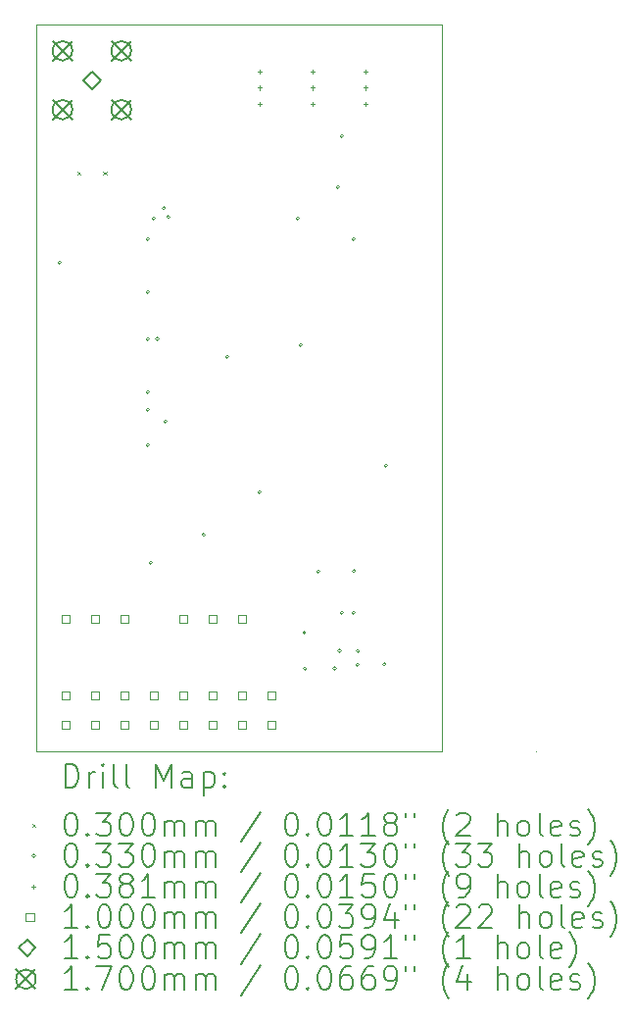
<source format=gbr>
%FSLAX45Y45*%
G04 Gerber Fmt 4.5, Leading zero omitted, Abs format (unit mm)*
G04 Created by KiCad (PCBNEW (6.0.0)) date 2021-12-26 21:08:47*
%MOMM*%
%LPD*%
G01*
G04 APERTURE LIST*
%TA.AperFunction,Profile*%
%ADD10C,0.050000*%
%TD*%
%ADD11C,0.200000*%
%ADD12C,0.030000*%
%ADD13C,0.033020*%
%ADD14C,0.038100*%
%ADD15C,0.100000*%
%ADD16C,0.150000*%
%ADD17C,0.170000*%
G04 APERTURE END LIST*
D10*
X10541000Y-12700000D02*
X10541000Y-6426200D01*
X14859000Y-12700000D02*
X14859000Y-12700000D01*
X10541000Y-6426200D02*
X14046200Y-6426200D01*
X14046200Y-6426200D02*
X14046200Y-12700000D01*
X14046200Y-12700000D02*
X10541000Y-12700000D01*
D11*
D12*
X10898100Y-7696500D02*
X10928100Y-7726500D01*
X10928100Y-7696500D02*
X10898100Y-7726500D01*
X11119100Y-7696500D02*
X11149100Y-7726500D01*
X11149100Y-7696500D02*
X11119100Y-7726500D01*
D13*
X10760710Y-8483600D02*
G75*
G03*
X10760710Y-8483600I-16510J0D01*
G01*
X11522710Y-8280400D02*
G75*
G03*
X11522710Y-8280400I-16510J0D01*
G01*
X11522710Y-8737600D02*
G75*
G03*
X11522710Y-8737600I-16510J0D01*
G01*
X11522710Y-9144000D02*
G75*
G03*
X11522710Y-9144000I-16510J0D01*
G01*
X11522710Y-9601200D02*
G75*
G03*
X11522710Y-9601200I-16510J0D01*
G01*
X11522710Y-9753600D02*
G75*
G03*
X11522710Y-9753600I-16510J0D01*
G01*
X11522710Y-10058400D02*
G75*
G03*
X11522710Y-10058400I-16510J0D01*
G01*
X11548110Y-11074400D02*
G75*
G03*
X11548110Y-11074400I-16510J0D01*
G01*
X11573510Y-8102600D02*
G75*
G03*
X11573510Y-8102600I-16510J0D01*
G01*
X11603940Y-9144000D02*
G75*
G03*
X11603940Y-9144000I-16510J0D01*
G01*
X11662410Y-8013700D02*
G75*
G03*
X11662410Y-8013700I-16510J0D01*
G01*
X11675110Y-9855200D02*
G75*
G03*
X11675110Y-9855200I-16510J0D01*
G01*
X11700510Y-8089900D02*
G75*
G03*
X11700510Y-8089900I-16510J0D01*
G01*
X12005310Y-10833100D02*
G75*
G03*
X12005310Y-10833100I-16510J0D01*
G01*
X12208510Y-9296400D02*
G75*
G03*
X12208510Y-9296400I-16510J0D01*
G01*
X12487910Y-10464800D02*
G75*
G03*
X12487910Y-10464800I-16510J0D01*
G01*
X12818110Y-8102600D02*
G75*
G03*
X12818110Y-8102600I-16510J0D01*
G01*
X12843510Y-9194800D02*
G75*
G03*
X12843510Y-9194800I-16510J0D01*
G01*
X12875260Y-11677650D02*
G75*
G03*
X12875260Y-11677650I-16510J0D01*
G01*
X12881610Y-11988800D02*
G75*
G03*
X12881610Y-11988800I-16510J0D01*
G01*
X12995910Y-11150600D02*
G75*
G03*
X12995910Y-11150600I-16510J0D01*
G01*
X13138150Y-11988800D02*
G75*
G03*
X13138150Y-11988800I-16510J0D01*
G01*
X13163360Y-7833550D02*
G75*
G03*
X13163360Y-7833550I-16510J0D01*
G01*
X13181330Y-11836400D02*
G75*
G03*
X13181330Y-11836400I-16510J0D01*
G01*
X13199110Y-7391400D02*
G75*
G03*
X13199110Y-7391400I-16510J0D01*
G01*
X13199110Y-11506200D02*
G75*
G03*
X13199110Y-11506200I-16510J0D01*
G01*
X13300710Y-8280400D02*
G75*
G03*
X13300710Y-8280400I-16510J0D01*
G01*
X13300710Y-11506200D02*
G75*
G03*
X13300710Y-11506200I-16510J0D01*
G01*
X13305410Y-11145900D02*
G75*
G03*
X13305410Y-11145900I-16510J0D01*
G01*
X13336270Y-11953240D02*
G75*
G03*
X13336270Y-11953240I-16510J0D01*
G01*
X13338810Y-11836400D02*
G75*
G03*
X13338810Y-11836400I-16510J0D01*
G01*
X13567410Y-11950700D02*
G75*
G03*
X13567410Y-11950700I-16510J0D01*
G01*
X13580110Y-10236200D02*
G75*
G03*
X13580110Y-10236200I-16510J0D01*
G01*
D14*
X12471400Y-6813550D02*
X12471400Y-6851650D01*
X12452350Y-6832600D02*
X12490450Y-6832600D01*
X12471400Y-6953250D02*
X12471400Y-6991350D01*
X12452350Y-6972300D02*
X12490450Y-6972300D01*
X12471400Y-7092950D02*
X12471400Y-7131050D01*
X12452350Y-7112000D02*
X12490450Y-7112000D01*
X12928600Y-6813550D02*
X12928600Y-6851650D01*
X12909550Y-6832600D02*
X12947650Y-6832600D01*
X12928600Y-6953250D02*
X12928600Y-6991350D01*
X12909550Y-6972300D02*
X12947650Y-6972300D01*
X12928600Y-7092950D02*
X12928600Y-7131050D01*
X12909550Y-7112000D02*
X12947650Y-7112000D01*
X13385800Y-6813550D02*
X13385800Y-6851650D01*
X13366750Y-6832600D02*
X13404850Y-6832600D01*
X13385800Y-6953250D02*
X13385800Y-6991350D01*
X13366750Y-6972300D02*
X13404850Y-6972300D01*
X13385800Y-7092950D02*
X13385800Y-7131050D01*
X13366750Y-7112000D02*
X13404850Y-7112000D01*
D15*
X10830356Y-11592356D02*
X10830356Y-11521644D01*
X10759644Y-11521644D01*
X10759644Y-11592356D01*
X10830356Y-11592356D01*
X10830356Y-12252756D02*
X10830356Y-12182044D01*
X10759644Y-12182044D01*
X10759644Y-12252756D01*
X10830356Y-12252756D01*
X10830356Y-12506756D02*
X10830356Y-12436044D01*
X10759644Y-12436044D01*
X10759644Y-12506756D01*
X10830356Y-12506756D01*
X11084356Y-11592356D02*
X11084356Y-11521644D01*
X11013644Y-11521644D01*
X11013644Y-11592356D01*
X11084356Y-11592356D01*
X11084356Y-12252756D02*
X11084356Y-12182044D01*
X11013644Y-12182044D01*
X11013644Y-12252756D01*
X11084356Y-12252756D01*
X11084356Y-12506756D02*
X11084356Y-12436044D01*
X11013644Y-12436044D01*
X11013644Y-12506756D01*
X11084356Y-12506756D01*
X11338356Y-11592356D02*
X11338356Y-11521644D01*
X11267644Y-11521644D01*
X11267644Y-11592356D01*
X11338356Y-11592356D01*
X11338356Y-12252756D02*
X11338356Y-12182044D01*
X11267644Y-12182044D01*
X11267644Y-12252756D01*
X11338356Y-12252756D01*
X11338356Y-12506756D02*
X11338356Y-12436044D01*
X11267644Y-12436044D01*
X11267644Y-12506756D01*
X11338356Y-12506756D01*
X11592356Y-12252756D02*
X11592356Y-12182044D01*
X11521644Y-12182044D01*
X11521644Y-12252756D01*
X11592356Y-12252756D01*
X11592356Y-12506756D02*
X11592356Y-12436044D01*
X11521644Y-12436044D01*
X11521644Y-12506756D01*
X11592356Y-12506756D01*
X11846356Y-11592356D02*
X11846356Y-11521644D01*
X11775644Y-11521644D01*
X11775644Y-11592356D01*
X11846356Y-11592356D01*
X11846356Y-12252756D02*
X11846356Y-12182044D01*
X11775644Y-12182044D01*
X11775644Y-12252756D01*
X11846356Y-12252756D01*
X11846356Y-12506756D02*
X11846356Y-12436044D01*
X11775644Y-12436044D01*
X11775644Y-12506756D01*
X11846356Y-12506756D01*
X12100356Y-11592356D02*
X12100356Y-11521644D01*
X12029644Y-11521644D01*
X12029644Y-11592356D01*
X12100356Y-11592356D01*
X12100356Y-12252756D02*
X12100356Y-12182044D01*
X12029644Y-12182044D01*
X12029644Y-12252756D01*
X12100356Y-12252756D01*
X12100356Y-12506756D02*
X12100356Y-12436044D01*
X12029644Y-12436044D01*
X12029644Y-12506756D01*
X12100356Y-12506756D01*
X12354356Y-11592356D02*
X12354356Y-11521644D01*
X12283644Y-11521644D01*
X12283644Y-11592356D01*
X12354356Y-11592356D01*
X12354356Y-12252756D02*
X12354356Y-12182044D01*
X12283644Y-12182044D01*
X12283644Y-12252756D01*
X12354356Y-12252756D01*
X12354356Y-12506756D02*
X12354356Y-12436044D01*
X12283644Y-12436044D01*
X12283644Y-12506756D01*
X12354356Y-12506756D01*
X12608356Y-12252756D02*
X12608356Y-12182044D01*
X12537644Y-12182044D01*
X12537644Y-12252756D01*
X12608356Y-12252756D01*
X12608356Y-12506756D02*
X12608356Y-12436044D01*
X12537644Y-12436044D01*
X12537644Y-12506756D01*
X12608356Y-12506756D01*
D16*
X11023600Y-6983800D02*
X11098600Y-6908800D01*
X11023600Y-6833800D01*
X10948600Y-6908800D01*
X11023600Y-6983800D01*
D17*
X10684600Y-6569800D02*
X10854600Y-6739800D01*
X10854600Y-6569800D02*
X10684600Y-6739800D01*
X10854600Y-6654800D02*
G75*
G03*
X10854600Y-6654800I-85000J0D01*
G01*
X10684600Y-7077800D02*
X10854600Y-7247800D01*
X10854600Y-7077800D02*
X10684600Y-7247800D01*
X10854600Y-7162800D02*
G75*
G03*
X10854600Y-7162800I-85000J0D01*
G01*
X11192600Y-6569800D02*
X11362600Y-6739800D01*
X11362600Y-6569800D02*
X11192600Y-6739800D01*
X11362600Y-6654800D02*
G75*
G03*
X11362600Y-6654800I-85000J0D01*
G01*
X11192600Y-7077800D02*
X11362600Y-7247800D01*
X11362600Y-7077800D02*
X11192600Y-7247800D01*
X11362600Y-7162800D02*
G75*
G03*
X11362600Y-7162800I-85000J0D01*
G01*
D11*
X10796119Y-13012976D02*
X10796119Y-12812976D01*
X10843738Y-12812976D01*
X10872310Y-12822500D01*
X10891357Y-12841548D01*
X10900881Y-12860595D01*
X10910405Y-12898690D01*
X10910405Y-12927262D01*
X10900881Y-12965357D01*
X10891357Y-12984405D01*
X10872310Y-13003452D01*
X10843738Y-13012976D01*
X10796119Y-13012976D01*
X10996119Y-13012976D02*
X10996119Y-12879643D01*
X10996119Y-12917738D02*
X11005643Y-12898690D01*
X11015167Y-12889167D01*
X11034214Y-12879643D01*
X11053262Y-12879643D01*
X11119929Y-13012976D02*
X11119929Y-12879643D01*
X11119929Y-12812976D02*
X11110405Y-12822500D01*
X11119929Y-12832024D01*
X11129452Y-12822500D01*
X11119929Y-12812976D01*
X11119929Y-12832024D01*
X11243738Y-13012976D02*
X11224690Y-13003452D01*
X11215167Y-12984405D01*
X11215167Y-12812976D01*
X11348500Y-13012976D02*
X11329452Y-13003452D01*
X11319928Y-12984405D01*
X11319928Y-12812976D01*
X11577071Y-13012976D02*
X11577071Y-12812976D01*
X11643738Y-12955833D01*
X11710405Y-12812976D01*
X11710405Y-13012976D01*
X11891357Y-13012976D02*
X11891357Y-12908214D01*
X11881833Y-12889167D01*
X11862786Y-12879643D01*
X11824690Y-12879643D01*
X11805643Y-12889167D01*
X11891357Y-13003452D02*
X11872309Y-13012976D01*
X11824690Y-13012976D01*
X11805643Y-13003452D01*
X11796119Y-12984405D01*
X11796119Y-12965357D01*
X11805643Y-12946309D01*
X11824690Y-12936786D01*
X11872309Y-12936786D01*
X11891357Y-12927262D01*
X11986595Y-12879643D02*
X11986595Y-13079643D01*
X11986595Y-12889167D02*
X12005643Y-12879643D01*
X12043738Y-12879643D01*
X12062786Y-12889167D01*
X12072309Y-12898690D01*
X12081833Y-12917738D01*
X12081833Y-12974881D01*
X12072309Y-12993928D01*
X12062786Y-13003452D01*
X12043738Y-13012976D01*
X12005643Y-13012976D01*
X11986595Y-13003452D01*
X12167548Y-12993928D02*
X12177071Y-13003452D01*
X12167548Y-13012976D01*
X12158024Y-13003452D01*
X12167548Y-12993928D01*
X12167548Y-13012976D01*
X12167548Y-12889167D02*
X12177071Y-12898690D01*
X12167548Y-12908214D01*
X12158024Y-12898690D01*
X12167548Y-12889167D01*
X12167548Y-12908214D01*
D12*
X10508500Y-13327500D02*
X10538500Y-13357500D01*
X10538500Y-13327500D02*
X10508500Y-13357500D01*
D11*
X10834214Y-13232976D02*
X10853262Y-13232976D01*
X10872310Y-13242500D01*
X10881833Y-13252024D01*
X10891357Y-13271071D01*
X10900881Y-13309167D01*
X10900881Y-13356786D01*
X10891357Y-13394881D01*
X10881833Y-13413928D01*
X10872310Y-13423452D01*
X10853262Y-13432976D01*
X10834214Y-13432976D01*
X10815167Y-13423452D01*
X10805643Y-13413928D01*
X10796119Y-13394881D01*
X10786595Y-13356786D01*
X10786595Y-13309167D01*
X10796119Y-13271071D01*
X10805643Y-13252024D01*
X10815167Y-13242500D01*
X10834214Y-13232976D01*
X10986595Y-13413928D02*
X10996119Y-13423452D01*
X10986595Y-13432976D01*
X10977071Y-13423452D01*
X10986595Y-13413928D01*
X10986595Y-13432976D01*
X11062786Y-13232976D02*
X11186595Y-13232976D01*
X11119929Y-13309167D01*
X11148500Y-13309167D01*
X11167548Y-13318690D01*
X11177071Y-13328214D01*
X11186595Y-13347262D01*
X11186595Y-13394881D01*
X11177071Y-13413928D01*
X11167548Y-13423452D01*
X11148500Y-13432976D01*
X11091357Y-13432976D01*
X11072310Y-13423452D01*
X11062786Y-13413928D01*
X11310405Y-13232976D02*
X11329452Y-13232976D01*
X11348500Y-13242500D01*
X11358024Y-13252024D01*
X11367548Y-13271071D01*
X11377071Y-13309167D01*
X11377071Y-13356786D01*
X11367548Y-13394881D01*
X11358024Y-13413928D01*
X11348500Y-13423452D01*
X11329452Y-13432976D01*
X11310405Y-13432976D01*
X11291357Y-13423452D01*
X11281833Y-13413928D01*
X11272309Y-13394881D01*
X11262786Y-13356786D01*
X11262786Y-13309167D01*
X11272309Y-13271071D01*
X11281833Y-13252024D01*
X11291357Y-13242500D01*
X11310405Y-13232976D01*
X11500881Y-13232976D02*
X11519928Y-13232976D01*
X11538976Y-13242500D01*
X11548500Y-13252024D01*
X11558024Y-13271071D01*
X11567548Y-13309167D01*
X11567548Y-13356786D01*
X11558024Y-13394881D01*
X11548500Y-13413928D01*
X11538976Y-13423452D01*
X11519928Y-13432976D01*
X11500881Y-13432976D01*
X11481833Y-13423452D01*
X11472309Y-13413928D01*
X11462786Y-13394881D01*
X11453262Y-13356786D01*
X11453262Y-13309167D01*
X11462786Y-13271071D01*
X11472309Y-13252024D01*
X11481833Y-13242500D01*
X11500881Y-13232976D01*
X11653262Y-13432976D02*
X11653262Y-13299643D01*
X11653262Y-13318690D02*
X11662786Y-13309167D01*
X11681833Y-13299643D01*
X11710405Y-13299643D01*
X11729452Y-13309167D01*
X11738976Y-13328214D01*
X11738976Y-13432976D01*
X11738976Y-13328214D02*
X11748500Y-13309167D01*
X11767548Y-13299643D01*
X11796119Y-13299643D01*
X11815167Y-13309167D01*
X11824690Y-13328214D01*
X11824690Y-13432976D01*
X11919928Y-13432976D02*
X11919928Y-13299643D01*
X11919928Y-13318690D02*
X11929452Y-13309167D01*
X11948500Y-13299643D01*
X11977071Y-13299643D01*
X11996119Y-13309167D01*
X12005643Y-13328214D01*
X12005643Y-13432976D01*
X12005643Y-13328214D02*
X12015167Y-13309167D01*
X12034214Y-13299643D01*
X12062786Y-13299643D01*
X12081833Y-13309167D01*
X12091357Y-13328214D01*
X12091357Y-13432976D01*
X12481833Y-13223452D02*
X12310405Y-13480595D01*
X12738976Y-13232976D02*
X12758024Y-13232976D01*
X12777071Y-13242500D01*
X12786595Y-13252024D01*
X12796119Y-13271071D01*
X12805643Y-13309167D01*
X12805643Y-13356786D01*
X12796119Y-13394881D01*
X12786595Y-13413928D01*
X12777071Y-13423452D01*
X12758024Y-13432976D01*
X12738976Y-13432976D01*
X12719928Y-13423452D01*
X12710405Y-13413928D01*
X12700881Y-13394881D01*
X12691357Y-13356786D01*
X12691357Y-13309167D01*
X12700881Y-13271071D01*
X12710405Y-13252024D01*
X12719928Y-13242500D01*
X12738976Y-13232976D01*
X12891357Y-13413928D02*
X12900881Y-13423452D01*
X12891357Y-13432976D01*
X12881833Y-13423452D01*
X12891357Y-13413928D01*
X12891357Y-13432976D01*
X13024690Y-13232976D02*
X13043738Y-13232976D01*
X13062786Y-13242500D01*
X13072309Y-13252024D01*
X13081833Y-13271071D01*
X13091357Y-13309167D01*
X13091357Y-13356786D01*
X13081833Y-13394881D01*
X13072309Y-13413928D01*
X13062786Y-13423452D01*
X13043738Y-13432976D01*
X13024690Y-13432976D01*
X13005643Y-13423452D01*
X12996119Y-13413928D01*
X12986595Y-13394881D01*
X12977071Y-13356786D01*
X12977071Y-13309167D01*
X12986595Y-13271071D01*
X12996119Y-13252024D01*
X13005643Y-13242500D01*
X13024690Y-13232976D01*
X13281833Y-13432976D02*
X13167548Y-13432976D01*
X13224690Y-13432976D02*
X13224690Y-13232976D01*
X13205643Y-13261548D01*
X13186595Y-13280595D01*
X13167548Y-13290119D01*
X13472309Y-13432976D02*
X13358024Y-13432976D01*
X13415167Y-13432976D02*
X13415167Y-13232976D01*
X13396119Y-13261548D01*
X13377071Y-13280595D01*
X13358024Y-13290119D01*
X13586595Y-13318690D02*
X13567548Y-13309167D01*
X13558024Y-13299643D01*
X13548500Y-13280595D01*
X13548500Y-13271071D01*
X13558024Y-13252024D01*
X13567548Y-13242500D01*
X13586595Y-13232976D01*
X13624690Y-13232976D01*
X13643738Y-13242500D01*
X13653262Y-13252024D01*
X13662786Y-13271071D01*
X13662786Y-13280595D01*
X13653262Y-13299643D01*
X13643738Y-13309167D01*
X13624690Y-13318690D01*
X13586595Y-13318690D01*
X13567548Y-13328214D01*
X13558024Y-13337738D01*
X13548500Y-13356786D01*
X13548500Y-13394881D01*
X13558024Y-13413928D01*
X13567548Y-13423452D01*
X13586595Y-13432976D01*
X13624690Y-13432976D01*
X13643738Y-13423452D01*
X13653262Y-13413928D01*
X13662786Y-13394881D01*
X13662786Y-13356786D01*
X13653262Y-13337738D01*
X13643738Y-13328214D01*
X13624690Y-13318690D01*
X13738976Y-13232976D02*
X13738976Y-13271071D01*
X13815167Y-13232976D02*
X13815167Y-13271071D01*
X14110405Y-13509167D02*
X14100881Y-13499643D01*
X14081833Y-13471071D01*
X14072309Y-13452024D01*
X14062786Y-13423452D01*
X14053262Y-13375833D01*
X14053262Y-13337738D01*
X14062786Y-13290119D01*
X14072309Y-13261548D01*
X14081833Y-13242500D01*
X14100881Y-13213928D01*
X14110405Y-13204405D01*
X14177071Y-13252024D02*
X14186595Y-13242500D01*
X14205643Y-13232976D01*
X14253262Y-13232976D01*
X14272309Y-13242500D01*
X14281833Y-13252024D01*
X14291357Y-13271071D01*
X14291357Y-13290119D01*
X14281833Y-13318690D01*
X14167548Y-13432976D01*
X14291357Y-13432976D01*
X14529452Y-13432976D02*
X14529452Y-13232976D01*
X14615167Y-13432976D02*
X14615167Y-13328214D01*
X14605643Y-13309167D01*
X14586595Y-13299643D01*
X14558024Y-13299643D01*
X14538976Y-13309167D01*
X14529452Y-13318690D01*
X14738976Y-13432976D02*
X14719928Y-13423452D01*
X14710405Y-13413928D01*
X14700881Y-13394881D01*
X14700881Y-13337738D01*
X14710405Y-13318690D01*
X14719928Y-13309167D01*
X14738976Y-13299643D01*
X14767548Y-13299643D01*
X14786595Y-13309167D01*
X14796119Y-13318690D01*
X14805643Y-13337738D01*
X14805643Y-13394881D01*
X14796119Y-13413928D01*
X14786595Y-13423452D01*
X14767548Y-13432976D01*
X14738976Y-13432976D01*
X14919928Y-13432976D02*
X14900881Y-13423452D01*
X14891357Y-13404405D01*
X14891357Y-13232976D01*
X15072309Y-13423452D02*
X15053262Y-13432976D01*
X15015167Y-13432976D01*
X14996119Y-13423452D01*
X14986595Y-13404405D01*
X14986595Y-13328214D01*
X14996119Y-13309167D01*
X15015167Y-13299643D01*
X15053262Y-13299643D01*
X15072309Y-13309167D01*
X15081833Y-13328214D01*
X15081833Y-13347262D01*
X14986595Y-13366309D01*
X15158024Y-13423452D02*
X15177071Y-13432976D01*
X15215167Y-13432976D01*
X15234214Y-13423452D01*
X15243738Y-13404405D01*
X15243738Y-13394881D01*
X15234214Y-13375833D01*
X15215167Y-13366309D01*
X15186595Y-13366309D01*
X15167548Y-13356786D01*
X15158024Y-13337738D01*
X15158024Y-13328214D01*
X15167548Y-13309167D01*
X15186595Y-13299643D01*
X15215167Y-13299643D01*
X15234214Y-13309167D01*
X15310405Y-13509167D02*
X15319928Y-13499643D01*
X15338976Y-13471071D01*
X15348500Y-13452024D01*
X15358024Y-13423452D01*
X15367548Y-13375833D01*
X15367548Y-13337738D01*
X15358024Y-13290119D01*
X15348500Y-13261548D01*
X15338976Y-13242500D01*
X15319928Y-13213928D01*
X15310405Y-13204405D01*
D13*
X10538500Y-13606500D02*
G75*
G03*
X10538500Y-13606500I-16510J0D01*
G01*
D11*
X10834214Y-13496976D02*
X10853262Y-13496976D01*
X10872310Y-13506500D01*
X10881833Y-13516024D01*
X10891357Y-13535071D01*
X10900881Y-13573167D01*
X10900881Y-13620786D01*
X10891357Y-13658881D01*
X10881833Y-13677928D01*
X10872310Y-13687452D01*
X10853262Y-13696976D01*
X10834214Y-13696976D01*
X10815167Y-13687452D01*
X10805643Y-13677928D01*
X10796119Y-13658881D01*
X10786595Y-13620786D01*
X10786595Y-13573167D01*
X10796119Y-13535071D01*
X10805643Y-13516024D01*
X10815167Y-13506500D01*
X10834214Y-13496976D01*
X10986595Y-13677928D02*
X10996119Y-13687452D01*
X10986595Y-13696976D01*
X10977071Y-13687452D01*
X10986595Y-13677928D01*
X10986595Y-13696976D01*
X11062786Y-13496976D02*
X11186595Y-13496976D01*
X11119929Y-13573167D01*
X11148500Y-13573167D01*
X11167548Y-13582690D01*
X11177071Y-13592214D01*
X11186595Y-13611262D01*
X11186595Y-13658881D01*
X11177071Y-13677928D01*
X11167548Y-13687452D01*
X11148500Y-13696976D01*
X11091357Y-13696976D01*
X11072310Y-13687452D01*
X11062786Y-13677928D01*
X11253262Y-13496976D02*
X11377071Y-13496976D01*
X11310405Y-13573167D01*
X11338976Y-13573167D01*
X11358024Y-13582690D01*
X11367548Y-13592214D01*
X11377071Y-13611262D01*
X11377071Y-13658881D01*
X11367548Y-13677928D01*
X11358024Y-13687452D01*
X11338976Y-13696976D01*
X11281833Y-13696976D01*
X11262786Y-13687452D01*
X11253262Y-13677928D01*
X11500881Y-13496976D02*
X11519928Y-13496976D01*
X11538976Y-13506500D01*
X11548500Y-13516024D01*
X11558024Y-13535071D01*
X11567548Y-13573167D01*
X11567548Y-13620786D01*
X11558024Y-13658881D01*
X11548500Y-13677928D01*
X11538976Y-13687452D01*
X11519928Y-13696976D01*
X11500881Y-13696976D01*
X11481833Y-13687452D01*
X11472309Y-13677928D01*
X11462786Y-13658881D01*
X11453262Y-13620786D01*
X11453262Y-13573167D01*
X11462786Y-13535071D01*
X11472309Y-13516024D01*
X11481833Y-13506500D01*
X11500881Y-13496976D01*
X11653262Y-13696976D02*
X11653262Y-13563643D01*
X11653262Y-13582690D02*
X11662786Y-13573167D01*
X11681833Y-13563643D01*
X11710405Y-13563643D01*
X11729452Y-13573167D01*
X11738976Y-13592214D01*
X11738976Y-13696976D01*
X11738976Y-13592214D02*
X11748500Y-13573167D01*
X11767548Y-13563643D01*
X11796119Y-13563643D01*
X11815167Y-13573167D01*
X11824690Y-13592214D01*
X11824690Y-13696976D01*
X11919928Y-13696976D02*
X11919928Y-13563643D01*
X11919928Y-13582690D02*
X11929452Y-13573167D01*
X11948500Y-13563643D01*
X11977071Y-13563643D01*
X11996119Y-13573167D01*
X12005643Y-13592214D01*
X12005643Y-13696976D01*
X12005643Y-13592214D02*
X12015167Y-13573167D01*
X12034214Y-13563643D01*
X12062786Y-13563643D01*
X12081833Y-13573167D01*
X12091357Y-13592214D01*
X12091357Y-13696976D01*
X12481833Y-13487452D02*
X12310405Y-13744595D01*
X12738976Y-13496976D02*
X12758024Y-13496976D01*
X12777071Y-13506500D01*
X12786595Y-13516024D01*
X12796119Y-13535071D01*
X12805643Y-13573167D01*
X12805643Y-13620786D01*
X12796119Y-13658881D01*
X12786595Y-13677928D01*
X12777071Y-13687452D01*
X12758024Y-13696976D01*
X12738976Y-13696976D01*
X12719928Y-13687452D01*
X12710405Y-13677928D01*
X12700881Y-13658881D01*
X12691357Y-13620786D01*
X12691357Y-13573167D01*
X12700881Y-13535071D01*
X12710405Y-13516024D01*
X12719928Y-13506500D01*
X12738976Y-13496976D01*
X12891357Y-13677928D02*
X12900881Y-13687452D01*
X12891357Y-13696976D01*
X12881833Y-13687452D01*
X12891357Y-13677928D01*
X12891357Y-13696976D01*
X13024690Y-13496976D02*
X13043738Y-13496976D01*
X13062786Y-13506500D01*
X13072309Y-13516024D01*
X13081833Y-13535071D01*
X13091357Y-13573167D01*
X13091357Y-13620786D01*
X13081833Y-13658881D01*
X13072309Y-13677928D01*
X13062786Y-13687452D01*
X13043738Y-13696976D01*
X13024690Y-13696976D01*
X13005643Y-13687452D01*
X12996119Y-13677928D01*
X12986595Y-13658881D01*
X12977071Y-13620786D01*
X12977071Y-13573167D01*
X12986595Y-13535071D01*
X12996119Y-13516024D01*
X13005643Y-13506500D01*
X13024690Y-13496976D01*
X13281833Y-13696976D02*
X13167548Y-13696976D01*
X13224690Y-13696976D02*
X13224690Y-13496976D01*
X13205643Y-13525548D01*
X13186595Y-13544595D01*
X13167548Y-13554119D01*
X13348500Y-13496976D02*
X13472309Y-13496976D01*
X13405643Y-13573167D01*
X13434214Y-13573167D01*
X13453262Y-13582690D01*
X13462786Y-13592214D01*
X13472309Y-13611262D01*
X13472309Y-13658881D01*
X13462786Y-13677928D01*
X13453262Y-13687452D01*
X13434214Y-13696976D01*
X13377071Y-13696976D01*
X13358024Y-13687452D01*
X13348500Y-13677928D01*
X13596119Y-13496976D02*
X13615167Y-13496976D01*
X13634214Y-13506500D01*
X13643738Y-13516024D01*
X13653262Y-13535071D01*
X13662786Y-13573167D01*
X13662786Y-13620786D01*
X13653262Y-13658881D01*
X13643738Y-13677928D01*
X13634214Y-13687452D01*
X13615167Y-13696976D01*
X13596119Y-13696976D01*
X13577071Y-13687452D01*
X13567548Y-13677928D01*
X13558024Y-13658881D01*
X13548500Y-13620786D01*
X13548500Y-13573167D01*
X13558024Y-13535071D01*
X13567548Y-13516024D01*
X13577071Y-13506500D01*
X13596119Y-13496976D01*
X13738976Y-13496976D02*
X13738976Y-13535071D01*
X13815167Y-13496976D02*
X13815167Y-13535071D01*
X14110405Y-13773167D02*
X14100881Y-13763643D01*
X14081833Y-13735071D01*
X14072309Y-13716024D01*
X14062786Y-13687452D01*
X14053262Y-13639833D01*
X14053262Y-13601738D01*
X14062786Y-13554119D01*
X14072309Y-13525548D01*
X14081833Y-13506500D01*
X14100881Y-13477928D01*
X14110405Y-13468405D01*
X14167548Y-13496976D02*
X14291357Y-13496976D01*
X14224690Y-13573167D01*
X14253262Y-13573167D01*
X14272309Y-13582690D01*
X14281833Y-13592214D01*
X14291357Y-13611262D01*
X14291357Y-13658881D01*
X14281833Y-13677928D01*
X14272309Y-13687452D01*
X14253262Y-13696976D01*
X14196119Y-13696976D01*
X14177071Y-13687452D01*
X14167548Y-13677928D01*
X14358024Y-13496976D02*
X14481833Y-13496976D01*
X14415167Y-13573167D01*
X14443738Y-13573167D01*
X14462786Y-13582690D01*
X14472309Y-13592214D01*
X14481833Y-13611262D01*
X14481833Y-13658881D01*
X14472309Y-13677928D01*
X14462786Y-13687452D01*
X14443738Y-13696976D01*
X14386595Y-13696976D01*
X14367548Y-13687452D01*
X14358024Y-13677928D01*
X14719928Y-13696976D02*
X14719928Y-13496976D01*
X14805643Y-13696976D02*
X14805643Y-13592214D01*
X14796119Y-13573167D01*
X14777071Y-13563643D01*
X14748500Y-13563643D01*
X14729452Y-13573167D01*
X14719928Y-13582690D01*
X14929452Y-13696976D02*
X14910405Y-13687452D01*
X14900881Y-13677928D01*
X14891357Y-13658881D01*
X14891357Y-13601738D01*
X14900881Y-13582690D01*
X14910405Y-13573167D01*
X14929452Y-13563643D01*
X14958024Y-13563643D01*
X14977071Y-13573167D01*
X14986595Y-13582690D01*
X14996119Y-13601738D01*
X14996119Y-13658881D01*
X14986595Y-13677928D01*
X14977071Y-13687452D01*
X14958024Y-13696976D01*
X14929452Y-13696976D01*
X15110405Y-13696976D02*
X15091357Y-13687452D01*
X15081833Y-13668405D01*
X15081833Y-13496976D01*
X15262786Y-13687452D02*
X15243738Y-13696976D01*
X15205643Y-13696976D01*
X15186595Y-13687452D01*
X15177071Y-13668405D01*
X15177071Y-13592214D01*
X15186595Y-13573167D01*
X15205643Y-13563643D01*
X15243738Y-13563643D01*
X15262786Y-13573167D01*
X15272309Y-13592214D01*
X15272309Y-13611262D01*
X15177071Y-13630309D01*
X15348500Y-13687452D02*
X15367548Y-13696976D01*
X15405643Y-13696976D01*
X15424690Y-13687452D01*
X15434214Y-13668405D01*
X15434214Y-13658881D01*
X15424690Y-13639833D01*
X15405643Y-13630309D01*
X15377071Y-13630309D01*
X15358024Y-13620786D01*
X15348500Y-13601738D01*
X15348500Y-13592214D01*
X15358024Y-13573167D01*
X15377071Y-13563643D01*
X15405643Y-13563643D01*
X15424690Y-13573167D01*
X15500881Y-13773167D02*
X15510405Y-13763643D01*
X15529452Y-13735071D01*
X15538976Y-13716024D01*
X15548500Y-13687452D01*
X15558024Y-13639833D01*
X15558024Y-13601738D01*
X15548500Y-13554119D01*
X15538976Y-13525548D01*
X15529452Y-13506500D01*
X15510405Y-13477928D01*
X15500881Y-13468405D01*
D14*
X10519450Y-13851450D02*
X10519450Y-13889550D01*
X10500400Y-13870500D02*
X10538500Y-13870500D01*
D11*
X10834214Y-13760976D02*
X10853262Y-13760976D01*
X10872310Y-13770500D01*
X10881833Y-13780024D01*
X10891357Y-13799071D01*
X10900881Y-13837167D01*
X10900881Y-13884786D01*
X10891357Y-13922881D01*
X10881833Y-13941928D01*
X10872310Y-13951452D01*
X10853262Y-13960976D01*
X10834214Y-13960976D01*
X10815167Y-13951452D01*
X10805643Y-13941928D01*
X10796119Y-13922881D01*
X10786595Y-13884786D01*
X10786595Y-13837167D01*
X10796119Y-13799071D01*
X10805643Y-13780024D01*
X10815167Y-13770500D01*
X10834214Y-13760976D01*
X10986595Y-13941928D02*
X10996119Y-13951452D01*
X10986595Y-13960976D01*
X10977071Y-13951452D01*
X10986595Y-13941928D01*
X10986595Y-13960976D01*
X11062786Y-13760976D02*
X11186595Y-13760976D01*
X11119929Y-13837167D01*
X11148500Y-13837167D01*
X11167548Y-13846690D01*
X11177071Y-13856214D01*
X11186595Y-13875262D01*
X11186595Y-13922881D01*
X11177071Y-13941928D01*
X11167548Y-13951452D01*
X11148500Y-13960976D01*
X11091357Y-13960976D01*
X11072310Y-13951452D01*
X11062786Y-13941928D01*
X11300881Y-13846690D02*
X11281833Y-13837167D01*
X11272309Y-13827643D01*
X11262786Y-13808595D01*
X11262786Y-13799071D01*
X11272309Y-13780024D01*
X11281833Y-13770500D01*
X11300881Y-13760976D01*
X11338976Y-13760976D01*
X11358024Y-13770500D01*
X11367548Y-13780024D01*
X11377071Y-13799071D01*
X11377071Y-13808595D01*
X11367548Y-13827643D01*
X11358024Y-13837167D01*
X11338976Y-13846690D01*
X11300881Y-13846690D01*
X11281833Y-13856214D01*
X11272309Y-13865738D01*
X11262786Y-13884786D01*
X11262786Y-13922881D01*
X11272309Y-13941928D01*
X11281833Y-13951452D01*
X11300881Y-13960976D01*
X11338976Y-13960976D01*
X11358024Y-13951452D01*
X11367548Y-13941928D01*
X11377071Y-13922881D01*
X11377071Y-13884786D01*
X11367548Y-13865738D01*
X11358024Y-13856214D01*
X11338976Y-13846690D01*
X11567548Y-13960976D02*
X11453262Y-13960976D01*
X11510405Y-13960976D02*
X11510405Y-13760976D01*
X11491357Y-13789548D01*
X11472309Y-13808595D01*
X11453262Y-13818119D01*
X11653262Y-13960976D02*
X11653262Y-13827643D01*
X11653262Y-13846690D02*
X11662786Y-13837167D01*
X11681833Y-13827643D01*
X11710405Y-13827643D01*
X11729452Y-13837167D01*
X11738976Y-13856214D01*
X11738976Y-13960976D01*
X11738976Y-13856214D02*
X11748500Y-13837167D01*
X11767548Y-13827643D01*
X11796119Y-13827643D01*
X11815167Y-13837167D01*
X11824690Y-13856214D01*
X11824690Y-13960976D01*
X11919928Y-13960976D02*
X11919928Y-13827643D01*
X11919928Y-13846690D02*
X11929452Y-13837167D01*
X11948500Y-13827643D01*
X11977071Y-13827643D01*
X11996119Y-13837167D01*
X12005643Y-13856214D01*
X12005643Y-13960976D01*
X12005643Y-13856214D02*
X12015167Y-13837167D01*
X12034214Y-13827643D01*
X12062786Y-13827643D01*
X12081833Y-13837167D01*
X12091357Y-13856214D01*
X12091357Y-13960976D01*
X12481833Y-13751452D02*
X12310405Y-14008595D01*
X12738976Y-13760976D02*
X12758024Y-13760976D01*
X12777071Y-13770500D01*
X12786595Y-13780024D01*
X12796119Y-13799071D01*
X12805643Y-13837167D01*
X12805643Y-13884786D01*
X12796119Y-13922881D01*
X12786595Y-13941928D01*
X12777071Y-13951452D01*
X12758024Y-13960976D01*
X12738976Y-13960976D01*
X12719928Y-13951452D01*
X12710405Y-13941928D01*
X12700881Y-13922881D01*
X12691357Y-13884786D01*
X12691357Y-13837167D01*
X12700881Y-13799071D01*
X12710405Y-13780024D01*
X12719928Y-13770500D01*
X12738976Y-13760976D01*
X12891357Y-13941928D02*
X12900881Y-13951452D01*
X12891357Y-13960976D01*
X12881833Y-13951452D01*
X12891357Y-13941928D01*
X12891357Y-13960976D01*
X13024690Y-13760976D02*
X13043738Y-13760976D01*
X13062786Y-13770500D01*
X13072309Y-13780024D01*
X13081833Y-13799071D01*
X13091357Y-13837167D01*
X13091357Y-13884786D01*
X13081833Y-13922881D01*
X13072309Y-13941928D01*
X13062786Y-13951452D01*
X13043738Y-13960976D01*
X13024690Y-13960976D01*
X13005643Y-13951452D01*
X12996119Y-13941928D01*
X12986595Y-13922881D01*
X12977071Y-13884786D01*
X12977071Y-13837167D01*
X12986595Y-13799071D01*
X12996119Y-13780024D01*
X13005643Y-13770500D01*
X13024690Y-13760976D01*
X13281833Y-13960976D02*
X13167548Y-13960976D01*
X13224690Y-13960976D02*
X13224690Y-13760976D01*
X13205643Y-13789548D01*
X13186595Y-13808595D01*
X13167548Y-13818119D01*
X13462786Y-13760976D02*
X13367548Y-13760976D01*
X13358024Y-13856214D01*
X13367548Y-13846690D01*
X13386595Y-13837167D01*
X13434214Y-13837167D01*
X13453262Y-13846690D01*
X13462786Y-13856214D01*
X13472309Y-13875262D01*
X13472309Y-13922881D01*
X13462786Y-13941928D01*
X13453262Y-13951452D01*
X13434214Y-13960976D01*
X13386595Y-13960976D01*
X13367548Y-13951452D01*
X13358024Y-13941928D01*
X13596119Y-13760976D02*
X13615167Y-13760976D01*
X13634214Y-13770500D01*
X13643738Y-13780024D01*
X13653262Y-13799071D01*
X13662786Y-13837167D01*
X13662786Y-13884786D01*
X13653262Y-13922881D01*
X13643738Y-13941928D01*
X13634214Y-13951452D01*
X13615167Y-13960976D01*
X13596119Y-13960976D01*
X13577071Y-13951452D01*
X13567548Y-13941928D01*
X13558024Y-13922881D01*
X13548500Y-13884786D01*
X13548500Y-13837167D01*
X13558024Y-13799071D01*
X13567548Y-13780024D01*
X13577071Y-13770500D01*
X13596119Y-13760976D01*
X13738976Y-13760976D02*
X13738976Y-13799071D01*
X13815167Y-13760976D02*
X13815167Y-13799071D01*
X14110405Y-14037167D02*
X14100881Y-14027643D01*
X14081833Y-13999071D01*
X14072309Y-13980024D01*
X14062786Y-13951452D01*
X14053262Y-13903833D01*
X14053262Y-13865738D01*
X14062786Y-13818119D01*
X14072309Y-13789548D01*
X14081833Y-13770500D01*
X14100881Y-13741928D01*
X14110405Y-13732405D01*
X14196119Y-13960976D02*
X14234214Y-13960976D01*
X14253262Y-13951452D01*
X14262786Y-13941928D01*
X14281833Y-13913357D01*
X14291357Y-13875262D01*
X14291357Y-13799071D01*
X14281833Y-13780024D01*
X14272309Y-13770500D01*
X14253262Y-13760976D01*
X14215167Y-13760976D01*
X14196119Y-13770500D01*
X14186595Y-13780024D01*
X14177071Y-13799071D01*
X14177071Y-13846690D01*
X14186595Y-13865738D01*
X14196119Y-13875262D01*
X14215167Y-13884786D01*
X14253262Y-13884786D01*
X14272309Y-13875262D01*
X14281833Y-13865738D01*
X14291357Y-13846690D01*
X14529452Y-13960976D02*
X14529452Y-13760976D01*
X14615167Y-13960976D02*
X14615167Y-13856214D01*
X14605643Y-13837167D01*
X14586595Y-13827643D01*
X14558024Y-13827643D01*
X14538976Y-13837167D01*
X14529452Y-13846690D01*
X14738976Y-13960976D02*
X14719928Y-13951452D01*
X14710405Y-13941928D01*
X14700881Y-13922881D01*
X14700881Y-13865738D01*
X14710405Y-13846690D01*
X14719928Y-13837167D01*
X14738976Y-13827643D01*
X14767548Y-13827643D01*
X14786595Y-13837167D01*
X14796119Y-13846690D01*
X14805643Y-13865738D01*
X14805643Y-13922881D01*
X14796119Y-13941928D01*
X14786595Y-13951452D01*
X14767548Y-13960976D01*
X14738976Y-13960976D01*
X14919928Y-13960976D02*
X14900881Y-13951452D01*
X14891357Y-13932405D01*
X14891357Y-13760976D01*
X15072309Y-13951452D02*
X15053262Y-13960976D01*
X15015167Y-13960976D01*
X14996119Y-13951452D01*
X14986595Y-13932405D01*
X14986595Y-13856214D01*
X14996119Y-13837167D01*
X15015167Y-13827643D01*
X15053262Y-13827643D01*
X15072309Y-13837167D01*
X15081833Y-13856214D01*
X15081833Y-13875262D01*
X14986595Y-13894309D01*
X15158024Y-13951452D02*
X15177071Y-13960976D01*
X15215167Y-13960976D01*
X15234214Y-13951452D01*
X15243738Y-13932405D01*
X15243738Y-13922881D01*
X15234214Y-13903833D01*
X15215167Y-13894309D01*
X15186595Y-13894309D01*
X15167548Y-13884786D01*
X15158024Y-13865738D01*
X15158024Y-13856214D01*
X15167548Y-13837167D01*
X15186595Y-13827643D01*
X15215167Y-13827643D01*
X15234214Y-13837167D01*
X15310405Y-14037167D02*
X15319928Y-14027643D01*
X15338976Y-13999071D01*
X15348500Y-13980024D01*
X15358024Y-13951452D01*
X15367548Y-13903833D01*
X15367548Y-13865738D01*
X15358024Y-13818119D01*
X15348500Y-13789548D01*
X15338976Y-13770500D01*
X15319928Y-13741928D01*
X15310405Y-13732405D01*
D15*
X10523856Y-14169856D02*
X10523856Y-14099144D01*
X10453144Y-14099144D01*
X10453144Y-14169856D01*
X10523856Y-14169856D01*
D11*
X10900881Y-14224976D02*
X10786595Y-14224976D01*
X10843738Y-14224976D02*
X10843738Y-14024976D01*
X10824690Y-14053548D01*
X10805643Y-14072595D01*
X10786595Y-14082119D01*
X10986595Y-14205928D02*
X10996119Y-14215452D01*
X10986595Y-14224976D01*
X10977071Y-14215452D01*
X10986595Y-14205928D01*
X10986595Y-14224976D01*
X11119929Y-14024976D02*
X11138976Y-14024976D01*
X11158024Y-14034500D01*
X11167548Y-14044024D01*
X11177071Y-14063071D01*
X11186595Y-14101167D01*
X11186595Y-14148786D01*
X11177071Y-14186881D01*
X11167548Y-14205928D01*
X11158024Y-14215452D01*
X11138976Y-14224976D01*
X11119929Y-14224976D01*
X11100881Y-14215452D01*
X11091357Y-14205928D01*
X11081833Y-14186881D01*
X11072310Y-14148786D01*
X11072310Y-14101167D01*
X11081833Y-14063071D01*
X11091357Y-14044024D01*
X11100881Y-14034500D01*
X11119929Y-14024976D01*
X11310405Y-14024976D02*
X11329452Y-14024976D01*
X11348500Y-14034500D01*
X11358024Y-14044024D01*
X11367548Y-14063071D01*
X11377071Y-14101167D01*
X11377071Y-14148786D01*
X11367548Y-14186881D01*
X11358024Y-14205928D01*
X11348500Y-14215452D01*
X11329452Y-14224976D01*
X11310405Y-14224976D01*
X11291357Y-14215452D01*
X11281833Y-14205928D01*
X11272309Y-14186881D01*
X11262786Y-14148786D01*
X11262786Y-14101167D01*
X11272309Y-14063071D01*
X11281833Y-14044024D01*
X11291357Y-14034500D01*
X11310405Y-14024976D01*
X11500881Y-14024976D02*
X11519928Y-14024976D01*
X11538976Y-14034500D01*
X11548500Y-14044024D01*
X11558024Y-14063071D01*
X11567548Y-14101167D01*
X11567548Y-14148786D01*
X11558024Y-14186881D01*
X11548500Y-14205928D01*
X11538976Y-14215452D01*
X11519928Y-14224976D01*
X11500881Y-14224976D01*
X11481833Y-14215452D01*
X11472309Y-14205928D01*
X11462786Y-14186881D01*
X11453262Y-14148786D01*
X11453262Y-14101167D01*
X11462786Y-14063071D01*
X11472309Y-14044024D01*
X11481833Y-14034500D01*
X11500881Y-14024976D01*
X11653262Y-14224976D02*
X11653262Y-14091643D01*
X11653262Y-14110690D02*
X11662786Y-14101167D01*
X11681833Y-14091643D01*
X11710405Y-14091643D01*
X11729452Y-14101167D01*
X11738976Y-14120214D01*
X11738976Y-14224976D01*
X11738976Y-14120214D02*
X11748500Y-14101167D01*
X11767548Y-14091643D01*
X11796119Y-14091643D01*
X11815167Y-14101167D01*
X11824690Y-14120214D01*
X11824690Y-14224976D01*
X11919928Y-14224976D02*
X11919928Y-14091643D01*
X11919928Y-14110690D02*
X11929452Y-14101167D01*
X11948500Y-14091643D01*
X11977071Y-14091643D01*
X11996119Y-14101167D01*
X12005643Y-14120214D01*
X12005643Y-14224976D01*
X12005643Y-14120214D02*
X12015167Y-14101167D01*
X12034214Y-14091643D01*
X12062786Y-14091643D01*
X12081833Y-14101167D01*
X12091357Y-14120214D01*
X12091357Y-14224976D01*
X12481833Y-14015452D02*
X12310405Y-14272595D01*
X12738976Y-14024976D02*
X12758024Y-14024976D01*
X12777071Y-14034500D01*
X12786595Y-14044024D01*
X12796119Y-14063071D01*
X12805643Y-14101167D01*
X12805643Y-14148786D01*
X12796119Y-14186881D01*
X12786595Y-14205928D01*
X12777071Y-14215452D01*
X12758024Y-14224976D01*
X12738976Y-14224976D01*
X12719928Y-14215452D01*
X12710405Y-14205928D01*
X12700881Y-14186881D01*
X12691357Y-14148786D01*
X12691357Y-14101167D01*
X12700881Y-14063071D01*
X12710405Y-14044024D01*
X12719928Y-14034500D01*
X12738976Y-14024976D01*
X12891357Y-14205928D02*
X12900881Y-14215452D01*
X12891357Y-14224976D01*
X12881833Y-14215452D01*
X12891357Y-14205928D01*
X12891357Y-14224976D01*
X13024690Y-14024976D02*
X13043738Y-14024976D01*
X13062786Y-14034500D01*
X13072309Y-14044024D01*
X13081833Y-14063071D01*
X13091357Y-14101167D01*
X13091357Y-14148786D01*
X13081833Y-14186881D01*
X13072309Y-14205928D01*
X13062786Y-14215452D01*
X13043738Y-14224976D01*
X13024690Y-14224976D01*
X13005643Y-14215452D01*
X12996119Y-14205928D01*
X12986595Y-14186881D01*
X12977071Y-14148786D01*
X12977071Y-14101167D01*
X12986595Y-14063071D01*
X12996119Y-14044024D01*
X13005643Y-14034500D01*
X13024690Y-14024976D01*
X13158024Y-14024976D02*
X13281833Y-14024976D01*
X13215167Y-14101167D01*
X13243738Y-14101167D01*
X13262786Y-14110690D01*
X13272309Y-14120214D01*
X13281833Y-14139262D01*
X13281833Y-14186881D01*
X13272309Y-14205928D01*
X13262786Y-14215452D01*
X13243738Y-14224976D01*
X13186595Y-14224976D01*
X13167548Y-14215452D01*
X13158024Y-14205928D01*
X13377071Y-14224976D02*
X13415167Y-14224976D01*
X13434214Y-14215452D01*
X13443738Y-14205928D01*
X13462786Y-14177357D01*
X13472309Y-14139262D01*
X13472309Y-14063071D01*
X13462786Y-14044024D01*
X13453262Y-14034500D01*
X13434214Y-14024976D01*
X13396119Y-14024976D01*
X13377071Y-14034500D01*
X13367548Y-14044024D01*
X13358024Y-14063071D01*
X13358024Y-14110690D01*
X13367548Y-14129738D01*
X13377071Y-14139262D01*
X13396119Y-14148786D01*
X13434214Y-14148786D01*
X13453262Y-14139262D01*
X13462786Y-14129738D01*
X13472309Y-14110690D01*
X13643738Y-14091643D02*
X13643738Y-14224976D01*
X13596119Y-14015452D02*
X13548500Y-14158309D01*
X13672309Y-14158309D01*
X13738976Y-14024976D02*
X13738976Y-14063071D01*
X13815167Y-14024976D02*
X13815167Y-14063071D01*
X14110405Y-14301167D02*
X14100881Y-14291643D01*
X14081833Y-14263071D01*
X14072309Y-14244024D01*
X14062786Y-14215452D01*
X14053262Y-14167833D01*
X14053262Y-14129738D01*
X14062786Y-14082119D01*
X14072309Y-14053548D01*
X14081833Y-14034500D01*
X14100881Y-14005928D01*
X14110405Y-13996405D01*
X14177071Y-14044024D02*
X14186595Y-14034500D01*
X14205643Y-14024976D01*
X14253262Y-14024976D01*
X14272309Y-14034500D01*
X14281833Y-14044024D01*
X14291357Y-14063071D01*
X14291357Y-14082119D01*
X14281833Y-14110690D01*
X14167548Y-14224976D01*
X14291357Y-14224976D01*
X14367548Y-14044024D02*
X14377071Y-14034500D01*
X14396119Y-14024976D01*
X14443738Y-14024976D01*
X14462786Y-14034500D01*
X14472309Y-14044024D01*
X14481833Y-14063071D01*
X14481833Y-14082119D01*
X14472309Y-14110690D01*
X14358024Y-14224976D01*
X14481833Y-14224976D01*
X14719928Y-14224976D02*
X14719928Y-14024976D01*
X14805643Y-14224976D02*
X14805643Y-14120214D01*
X14796119Y-14101167D01*
X14777071Y-14091643D01*
X14748500Y-14091643D01*
X14729452Y-14101167D01*
X14719928Y-14110690D01*
X14929452Y-14224976D02*
X14910405Y-14215452D01*
X14900881Y-14205928D01*
X14891357Y-14186881D01*
X14891357Y-14129738D01*
X14900881Y-14110690D01*
X14910405Y-14101167D01*
X14929452Y-14091643D01*
X14958024Y-14091643D01*
X14977071Y-14101167D01*
X14986595Y-14110690D01*
X14996119Y-14129738D01*
X14996119Y-14186881D01*
X14986595Y-14205928D01*
X14977071Y-14215452D01*
X14958024Y-14224976D01*
X14929452Y-14224976D01*
X15110405Y-14224976D02*
X15091357Y-14215452D01*
X15081833Y-14196405D01*
X15081833Y-14024976D01*
X15262786Y-14215452D02*
X15243738Y-14224976D01*
X15205643Y-14224976D01*
X15186595Y-14215452D01*
X15177071Y-14196405D01*
X15177071Y-14120214D01*
X15186595Y-14101167D01*
X15205643Y-14091643D01*
X15243738Y-14091643D01*
X15262786Y-14101167D01*
X15272309Y-14120214D01*
X15272309Y-14139262D01*
X15177071Y-14158309D01*
X15348500Y-14215452D02*
X15367548Y-14224976D01*
X15405643Y-14224976D01*
X15424690Y-14215452D01*
X15434214Y-14196405D01*
X15434214Y-14186881D01*
X15424690Y-14167833D01*
X15405643Y-14158309D01*
X15377071Y-14158309D01*
X15358024Y-14148786D01*
X15348500Y-14129738D01*
X15348500Y-14120214D01*
X15358024Y-14101167D01*
X15377071Y-14091643D01*
X15405643Y-14091643D01*
X15424690Y-14101167D01*
X15500881Y-14301167D02*
X15510405Y-14291643D01*
X15529452Y-14263071D01*
X15538976Y-14244024D01*
X15548500Y-14215452D01*
X15558024Y-14167833D01*
X15558024Y-14129738D01*
X15548500Y-14082119D01*
X15538976Y-14053548D01*
X15529452Y-14034500D01*
X15510405Y-14005928D01*
X15500881Y-13996405D01*
D16*
X10463500Y-14473500D02*
X10538500Y-14398500D01*
X10463500Y-14323500D01*
X10388500Y-14398500D01*
X10463500Y-14473500D01*
D11*
X10900881Y-14488976D02*
X10786595Y-14488976D01*
X10843738Y-14488976D02*
X10843738Y-14288976D01*
X10824690Y-14317548D01*
X10805643Y-14336595D01*
X10786595Y-14346119D01*
X10986595Y-14469928D02*
X10996119Y-14479452D01*
X10986595Y-14488976D01*
X10977071Y-14479452D01*
X10986595Y-14469928D01*
X10986595Y-14488976D01*
X11177071Y-14288976D02*
X11081833Y-14288976D01*
X11072310Y-14384214D01*
X11081833Y-14374690D01*
X11100881Y-14365167D01*
X11148500Y-14365167D01*
X11167548Y-14374690D01*
X11177071Y-14384214D01*
X11186595Y-14403262D01*
X11186595Y-14450881D01*
X11177071Y-14469928D01*
X11167548Y-14479452D01*
X11148500Y-14488976D01*
X11100881Y-14488976D01*
X11081833Y-14479452D01*
X11072310Y-14469928D01*
X11310405Y-14288976D02*
X11329452Y-14288976D01*
X11348500Y-14298500D01*
X11358024Y-14308024D01*
X11367548Y-14327071D01*
X11377071Y-14365167D01*
X11377071Y-14412786D01*
X11367548Y-14450881D01*
X11358024Y-14469928D01*
X11348500Y-14479452D01*
X11329452Y-14488976D01*
X11310405Y-14488976D01*
X11291357Y-14479452D01*
X11281833Y-14469928D01*
X11272309Y-14450881D01*
X11262786Y-14412786D01*
X11262786Y-14365167D01*
X11272309Y-14327071D01*
X11281833Y-14308024D01*
X11291357Y-14298500D01*
X11310405Y-14288976D01*
X11500881Y-14288976D02*
X11519928Y-14288976D01*
X11538976Y-14298500D01*
X11548500Y-14308024D01*
X11558024Y-14327071D01*
X11567548Y-14365167D01*
X11567548Y-14412786D01*
X11558024Y-14450881D01*
X11548500Y-14469928D01*
X11538976Y-14479452D01*
X11519928Y-14488976D01*
X11500881Y-14488976D01*
X11481833Y-14479452D01*
X11472309Y-14469928D01*
X11462786Y-14450881D01*
X11453262Y-14412786D01*
X11453262Y-14365167D01*
X11462786Y-14327071D01*
X11472309Y-14308024D01*
X11481833Y-14298500D01*
X11500881Y-14288976D01*
X11653262Y-14488976D02*
X11653262Y-14355643D01*
X11653262Y-14374690D02*
X11662786Y-14365167D01*
X11681833Y-14355643D01*
X11710405Y-14355643D01*
X11729452Y-14365167D01*
X11738976Y-14384214D01*
X11738976Y-14488976D01*
X11738976Y-14384214D02*
X11748500Y-14365167D01*
X11767548Y-14355643D01*
X11796119Y-14355643D01*
X11815167Y-14365167D01*
X11824690Y-14384214D01*
X11824690Y-14488976D01*
X11919928Y-14488976D02*
X11919928Y-14355643D01*
X11919928Y-14374690D02*
X11929452Y-14365167D01*
X11948500Y-14355643D01*
X11977071Y-14355643D01*
X11996119Y-14365167D01*
X12005643Y-14384214D01*
X12005643Y-14488976D01*
X12005643Y-14384214D02*
X12015167Y-14365167D01*
X12034214Y-14355643D01*
X12062786Y-14355643D01*
X12081833Y-14365167D01*
X12091357Y-14384214D01*
X12091357Y-14488976D01*
X12481833Y-14279452D02*
X12310405Y-14536595D01*
X12738976Y-14288976D02*
X12758024Y-14288976D01*
X12777071Y-14298500D01*
X12786595Y-14308024D01*
X12796119Y-14327071D01*
X12805643Y-14365167D01*
X12805643Y-14412786D01*
X12796119Y-14450881D01*
X12786595Y-14469928D01*
X12777071Y-14479452D01*
X12758024Y-14488976D01*
X12738976Y-14488976D01*
X12719928Y-14479452D01*
X12710405Y-14469928D01*
X12700881Y-14450881D01*
X12691357Y-14412786D01*
X12691357Y-14365167D01*
X12700881Y-14327071D01*
X12710405Y-14308024D01*
X12719928Y-14298500D01*
X12738976Y-14288976D01*
X12891357Y-14469928D02*
X12900881Y-14479452D01*
X12891357Y-14488976D01*
X12881833Y-14479452D01*
X12891357Y-14469928D01*
X12891357Y-14488976D01*
X13024690Y-14288976D02*
X13043738Y-14288976D01*
X13062786Y-14298500D01*
X13072309Y-14308024D01*
X13081833Y-14327071D01*
X13091357Y-14365167D01*
X13091357Y-14412786D01*
X13081833Y-14450881D01*
X13072309Y-14469928D01*
X13062786Y-14479452D01*
X13043738Y-14488976D01*
X13024690Y-14488976D01*
X13005643Y-14479452D01*
X12996119Y-14469928D01*
X12986595Y-14450881D01*
X12977071Y-14412786D01*
X12977071Y-14365167D01*
X12986595Y-14327071D01*
X12996119Y-14308024D01*
X13005643Y-14298500D01*
X13024690Y-14288976D01*
X13272309Y-14288976D02*
X13177071Y-14288976D01*
X13167548Y-14384214D01*
X13177071Y-14374690D01*
X13196119Y-14365167D01*
X13243738Y-14365167D01*
X13262786Y-14374690D01*
X13272309Y-14384214D01*
X13281833Y-14403262D01*
X13281833Y-14450881D01*
X13272309Y-14469928D01*
X13262786Y-14479452D01*
X13243738Y-14488976D01*
X13196119Y-14488976D01*
X13177071Y-14479452D01*
X13167548Y-14469928D01*
X13377071Y-14488976D02*
X13415167Y-14488976D01*
X13434214Y-14479452D01*
X13443738Y-14469928D01*
X13462786Y-14441357D01*
X13472309Y-14403262D01*
X13472309Y-14327071D01*
X13462786Y-14308024D01*
X13453262Y-14298500D01*
X13434214Y-14288976D01*
X13396119Y-14288976D01*
X13377071Y-14298500D01*
X13367548Y-14308024D01*
X13358024Y-14327071D01*
X13358024Y-14374690D01*
X13367548Y-14393738D01*
X13377071Y-14403262D01*
X13396119Y-14412786D01*
X13434214Y-14412786D01*
X13453262Y-14403262D01*
X13462786Y-14393738D01*
X13472309Y-14374690D01*
X13662786Y-14488976D02*
X13548500Y-14488976D01*
X13605643Y-14488976D02*
X13605643Y-14288976D01*
X13586595Y-14317548D01*
X13567548Y-14336595D01*
X13548500Y-14346119D01*
X13738976Y-14288976D02*
X13738976Y-14327071D01*
X13815167Y-14288976D02*
X13815167Y-14327071D01*
X14110405Y-14565167D02*
X14100881Y-14555643D01*
X14081833Y-14527071D01*
X14072309Y-14508024D01*
X14062786Y-14479452D01*
X14053262Y-14431833D01*
X14053262Y-14393738D01*
X14062786Y-14346119D01*
X14072309Y-14317548D01*
X14081833Y-14298500D01*
X14100881Y-14269928D01*
X14110405Y-14260405D01*
X14291357Y-14488976D02*
X14177071Y-14488976D01*
X14234214Y-14488976D02*
X14234214Y-14288976D01*
X14215167Y-14317548D01*
X14196119Y-14336595D01*
X14177071Y-14346119D01*
X14529452Y-14488976D02*
X14529452Y-14288976D01*
X14615167Y-14488976D02*
X14615167Y-14384214D01*
X14605643Y-14365167D01*
X14586595Y-14355643D01*
X14558024Y-14355643D01*
X14538976Y-14365167D01*
X14529452Y-14374690D01*
X14738976Y-14488976D02*
X14719928Y-14479452D01*
X14710405Y-14469928D01*
X14700881Y-14450881D01*
X14700881Y-14393738D01*
X14710405Y-14374690D01*
X14719928Y-14365167D01*
X14738976Y-14355643D01*
X14767548Y-14355643D01*
X14786595Y-14365167D01*
X14796119Y-14374690D01*
X14805643Y-14393738D01*
X14805643Y-14450881D01*
X14796119Y-14469928D01*
X14786595Y-14479452D01*
X14767548Y-14488976D01*
X14738976Y-14488976D01*
X14919928Y-14488976D02*
X14900881Y-14479452D01*
X14891357Y-14460405D01*
X14891357Y-14288976D01*
X15072309Y-14479452D02*
X15053262Y-14488976D01*
X15015167Y-14488976D01*
X14996119Y-14479452D01*
X14986595Y-14460405D01*
X14986595Y-14384214D01*
X14996119Y-14365167D01*
X15015167Y-14355643D01*
X15053262Y-14355643D01*
X15072309Y-14365167D01*
X15081833Y-14384214D01*
X15081833Y-14403262D01*
X14986595Y-14422309D01*
X15148500Y-14565167D02*
X15158024Y-14555643D01*
X15177071Y-14527071D01*
X15186595Y-14508024D01*
X15196119Y-14479452D01*
X15205643Y-14431833D01*
X15205643Y-14393738D01*
X15196119Y-14346119D01*
X15186595Y-14317548D01*
X15177071Y-14298500D01*
X15158024Y-14269928D01*
X15148500Y-14260405D01*
D17*
X10368500Y-14583500D02*
X10538500Y-14753500D01*
X10538500Y-14583500D02*
X10368500Y-14753500D01*
X10538500Y-14668500D02*
G75*
G03*
X10538500Y-14668500I-85000J0D01*
G01*
D11*
X10900881Y-14758976D02*
X10786595Y-14758976D01*
X10843738Y-14758976D02*
X10843738Y-14558976D01*
X10824690Y-14587548D01*
X10805643Y-14606595D01*
X10786595Y-14616119D01*
X10986595Y-14739928D02*
X10996119Y-14749452D01*
X10986595Y-14758976D01*
X10977071Y-14749452D01*
X10986595Y-14739928D01*
X10986595Y-14758976D01*
X11062786Y-14558976D02*
X11196119Y-14558976D01*
X11110405Y-14758976D01*
X11310405Y-14558976D02*
X11329452Y-14558976D01*
X11348500Y-14568500D01*
X11358024Y-14578024D01*
X11367548Y-14597071D01*
X11377071Y-14635167D01*
X11377071Y-14682786D01*
X11367548Y-14720881D01*
X11358024Y-14739928D01*
X11348500Y-14749452D01*
X11329452Y-14758976D01*
X11310405Y-14758976D01*
X11291357Y-14749452D01*
X11281833Y-14739928D01*
X11272309Y-14720881D01*
X11262786Y-14682786D01*
X11262786Y-14635167D01*
X11272309Y-14597071D01*
X11281833Y-14578024D01*
X11291357Y-14568500D01*
X11310405Y-14558976D01*
X11500881Y-14558976D02*
X11519928Y-14558976D01*
X11538976Y-14568500D01*
X11548500Y-14578024D01*
X11558024Y-14597071D01*
X11567548Y-14635167D01*
X11567548Y-14682786D01*
X11558024Y-14720881D01*
X11548500Y-14739928D01*
X11538976Y-14749452D01*
X11519928Y-14758976D01*
X11500881Y-14758976D01*
X11481833Y-14749452D01*
X11472309Y-14739928D01*
X11462786Y-14720881D01*
X11453262Y-14682786D01*
X11453262Y-14635167D01*
X11462786Y-14597071D01*
X11472309Y-14578024D01*
X11481833Y-14568500D01*
X11500881Y-14558976D01*
X11653262Y-14758976D02*
X11653262Y-14625643D01*
X11653262Y-14644690D02*
X11662786Y-14635167D01*
X11681833Y-14625643D01*
X11710405Y-14625643D01*
X11729452Y-14635167D01*
X11738976Y-14654214D01*
X11738976Y-14758976D01*
X11738976Y-14654214D02*
X11748500Y-14635167D01*
X11767548Y-14625643D01*
X11796119Y-14625643D01*
X11815167Y-14635167D01*
X11824690Y-14654214D01*
X11824690Y-14758976D01*
X11919928Y-14758976D02*
X11919928Y-14625643D01*
X11919928Y-14644690D02*
X11929452Y-14635167D01*
X11948500Y-14625643D01*
X11977071Y-14625643D01*
X11996119Y-14635167D01*
X12005643Y-14654214D01*
X12005643Y-14758976D01*
X12005643Y-14654214D02*
X12015167Y-14635167D01*
X12034214Y-14625643D01*
X12062786Y-14625643D01*
X12081833Y-14635167D01*
X12091357Y-14654214D01*
X12091357Y-14758976D01*
X12481833Y-14549452D02*
X12310405Y-14806595D01*
X12738976Y-14558976D02*
X12758024Y-14558976D01*
X12777071Y-14568500D01*
X12786595Y-14578024D01*
X12796119Y-14597071D01*
X12805643Y-14635167D01*
X12805643Y-14682786D01*
X12796119Y-14720881D01*
X12786595Y-14739928D01*
X12777071Y-14749452D01*
X12758024Y-14758976D01*
X12738976Y-14758976D01*
X12719928Y-14749452D01*
X12710405Y-14739928D01*
X12700881Y-14720881D01*
X12691357Y-14682786D01*
X12691357Y-14635167D01*
X12700881Y-14597071D01*
X12710405Y-14578024D01*
X12719928Y-14568500D01*
X12738976Y-14558976D01*
X12891357Y-14739928D02*
X12900881Y-14749452D01*
X12891357Y-14758976D01*
X12881833Y-14749452D01*
X12891357Y-14739928D01*
X12891357Y-14758976D01*
X13024690Y-14558976D02*
X13043738Y-14558976D01*
X13062786Y-14568500D01*
X13072309Y-14578024D01*
X13081833Y-14597071D01*
X13091357Y-14635167D01*
X13091357Y-14682786D01*
X13081833Y-14720881D01*
X13072309Y-14739928D01*
X13062786Y-14749452D01*
X13043738Y-14758976D01*
X13024690Y-14758976D01*
X13005643Y-14749452D01*
X12996119Y-14739928D01*
X12986595Y-14720881D01*
X12977071Y-14682786D01*
X12977071Y-14635167D01*
X12986595Y-14597071D01*
X12996119Y-14578024D01*
X13005643Y-14568500D01*
X13024690Y-14558976D01*
X13262786Y-14558976D02*
X13224690Y-14558976D01*
X13205643Y-14568500D01*
X13196119Y-14578024D01*
X13177071Y-14606595D01*
X13167548Y-14644690D01*
X13167548Y-14720881D01*
X13177071Y-14739928D01*
X13186595Y-14749452D01*
X13205643Y-14758976D01*
X13243738Y-14758976D01*
X13262786Y-14749452D01*
X13272309Y-14739928D01*
X13281833Y-14720881D01*
X13281833Y-14673262D01*
X13272309Y-14654214D01*
X13262786Y-14644690D01*
X13243738Y-14635167D01*
X13205643Y-14635167D01*
X13186595Y-14644690D01*
X13177071Y-14654214D01*
X13167548Y-14673262D01*
X13453262Y-14558976D02*
X13415167Y-14558976D01*
X13396119Y-14568500D01*
X13386595Y-14578024D01*
X13367548Y-14606595D01*
X13358024Y-14644690D01*
X13358024Y-14720881D01*
X13367548Y-14739928D01*
X13377071Y-14749452D01*
X13396119Y-14758976D01*
X13434214Y-14758976D01*
X13453262Y-14749452D01*
X13462786Y-14739928D01*
X13472309Y-14720881D01*
X13472309Y-14673262D01*
X13462786Y-14654214D01*
X13453262Y-14644690D01*
X13434214Y-14635167D01*
X13396119Y-14635167D01*
X13377071Y-14644690D01*
X13367548Y-14654214D01*
X13358024Y-14673262D01*
X13567548Y-14758976D02*
X13605643Y-14758976D01*
X13624690Y-14749452D01*
X13634214Y-14739928D01*
X13653262Y-14711357D01*
X13662786Y-14673262D01*
X13662786Y-14597071D01*
X13653262Y-14578024D01*
X13643738Y-14568500D01*
X13624690Y-14558976D01*
X13586595Y-14558976D01*
X13567548Y-14568500D01*
X13558024Y-14578024D01*
X13548500Y-14597071D01*
X13548500Y-14644690D01*
X13558024Y-14663738D01*
X13567548Y-14673262D01*
X13586595Y-14682786D01*
X13624690Y-14682786D01*
X13643738Y-14673262D01*
X13653262Y-14663738D01*
X13662786Y-14644690D01*
X13738976Y-14558976D02*
X13738976Y-14597071D01*
X13815167Y-14558976D02*
X13815167Y-14597071D01*
X14110405Y-14835167D02*
X14100881Y-14825643D01*
X14081833Y-14797071D01*
X14072309Y-14778024D01*
X14062786Y-14749452D01*
X14053262Y-14701833D01*
X14053262Y-14663738D01*
X14062786Y-14616119D01*
X14072309Y-14587548D01*
X14081833Y-14568500D01*
X14100881Y-14539928D01*
X14110405Y-14530405D01*
X14272309Y-14625643D02*
X14272309Y-14758976D01*
X14224690Y-14549452D02*
X14177071Y-14692309D01*
X14300881Y-14692309D01*
X14529452Y-14758976D02*
X14529452Y-14558976D01*
X14615167Y-14758976D02*
X14615167Y-14654214D01*
X14605643Y-14635167D01*
X14586595Y-14625643D01*
X14558024Y-14625643D01*
X14538976Y-14635167D01*
X14529452Y-14644690D01*
X14738976Y-14758976D02*
X14719928Y-14749452D01*
X14710405Y-14739928D01*
X14700881Y-14720881D01*
X14700881Y-14663738D01*
X14710405Y-14644690D01*
X14719928Y-14635167D01*
X14738976Y-14625643D01*
X14767548Y-14625643D01*
X14786595Y-14635167D01*
X14796119Y-14644690D01*
X14805643Y-14663738D01*
X14805643Y-14720881D01*
X14796119Y-14739928D01*
X14786595Y-14749452D01*
X14767548Y-14758976D01*
X14738976Y-14758976D01*
X14919928Y-14758976D02*
X14900881Y-14749452D01*
X14891357Y-14730405D01*
X14891357Y-14558976D01*
X15072309Y-14749452D02*
X15053262Y-14758976D01*
X15015167Y-14758976D01*
X14996119Y-14749452D01*
X14986595Y-14730405D01*
X14986595Y-14654214D01*
X14996119Y-14635167D01*
X15015167Y-14625643D01*
X15053262Y-14625643D01*
X15072309Y-14635167D01*
X15081833Y-14654214D01*
X15081833Y-14673262D01*
X14986595Y-14692309D01*
X15158024Y-14749452D02*
X15177071Y-14758976D01*
X15215167Y-14758976D01*
X15234214Y-14749452D01*
X15243738Y-14730405D01*
X15243738Y-14720881D01*
X15234214Y-14701833D01*
X15215167Y-14692309D01*
X15186595Y-14692309D01*
X15167548Y-14682786D01*
X15158024Y-14663738D01*
X15158024Y-14654214D01*
X15167548Y-14635167D01*
X15186595Y-14625643D01*
X15215167Y-14625643D01*
X15234214Y-14635167D01*
X15310405Y-14835167D02*
X15319928Y-14825643D01*
X15338976Y-14797071D01*
X15348500Y-14778024D01*
X15358024Y-14749452D01*
X15367548Y-14701833D01*
X15367548Y-14663738D01*
X15358024Y-14616119D01*
X15348500Y-14587548D01*
X15338976Y-14568500D01*
X15319928Y-14539928D01*
X15310405Y-14530405D01*
M02*

</source>
